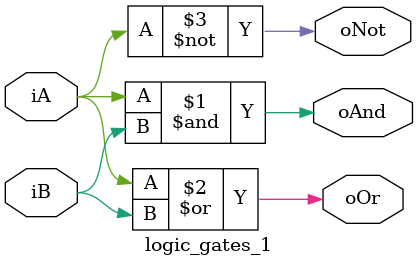
<source format=v>
`timescale 1ns / 1ps


module logic_gates_1(iA, iB, oAnd, oOr, oNot);
    input iA, iB;
    output oAnd, oOr, oNot;
    and and_inst(oAnd, iA, iB);
    or or_inst(oOr, iA, iB);
    not not_inst(oNot, iA);
endmodule

</source>
